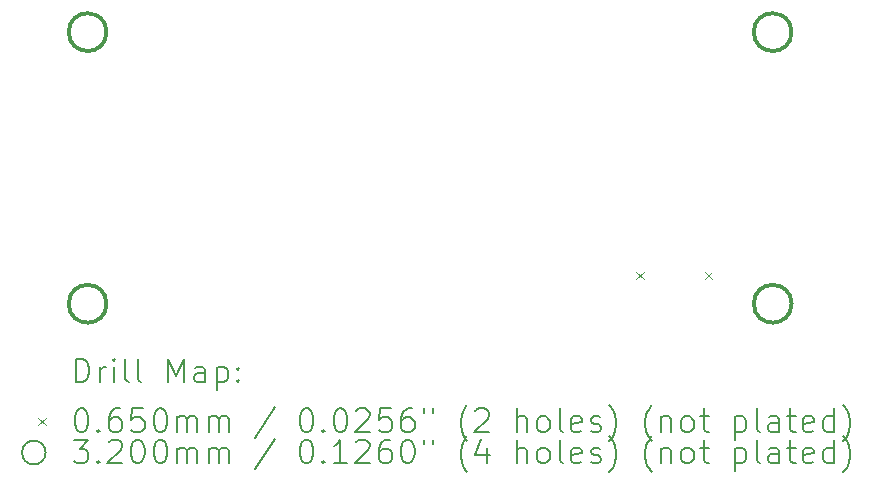
<source format=gbr>
%FSLAX45Y45*%
G04 Gerber Fmt 4.5, Leading zero omitted, Abs format (unit mm)*
G04 Created by KiCad (PCBNEW (6.0.4)) date 2022-08-30 22:22:18*
%MOMM*%
%LPD*%
G01*
G04 APERTURE LIST*
%ADD10C,0.200000*%
%ADD11C,0.065000*%
%ADD12C,0.320000*%
G04 APERTURE END LIST*
D10*
D11*
X16525500Y-10579500D02*
X16590500Y-10644500D01*
X16590500Y-10579500D02*
X16525500Y-10644500D01*
X17103500Y-10579500D02*
X17168500Y-10644500D01*
X17168500Y-10579500D02*
X17103500Y-10644500D01*
D12*
X12040000Y-8550000D02*
G75*
G03*
X12040000Y-8550000I-160000J0D01*
G01*
X12040000Y-10850000D02*
G75*
G03*
X12040000Y-10850000I-160000J0D01*
G01*
X17840000Y-8550000D02*
G75*
G03*
X17840000Y-8550000I-160000J0D01*
G01*
X17840000Y-10850000D02*
G75*
G03*
X17840000Y-10850000I-160000J0D01*
G01*
D10*
X11781480Y-11516476D02*
X11781480Y-11316476D01*
X11829099Y-11316476D01*
X11857671Y-11326000D01*
X11876718Y-11345048D01*
X11886242Y-11364095D01*
X11895766Y-11402190D01*
X11895766Y-11430762D01*
X11886242Y-11468857D01*
X11876718Y-11487905D01*
X11857671Y-11506952D01*
X11829099Y-11516476D01*
X11781480Y-11516476D01*
X11981480Y-11516476D02*
X11981480Y-11383143D01*
X11981480Y-11421238D02*
X11991004Y-11402190D01*
X12000528Y-11392667D01*
X12019575Y-11383143D01*
X12038623Y-11383143D01*
X12105290Y-11516476D02*
X12105290Y-11383143D01*
X12105290Y-11316476D02*
X12095766Y-11326000D01*
X12105290Y-11335524D01*
X12114813Y-11326000D01*
X12105290Y-11316476D01*
X12105290Y-11335524D01*
X12229099Y-11516476D02*
X12210051Y-11506952D01*
X12200528Y-11487905D01*
X12200528Y-11316476D01*
X12333861Y-11516476D02*
X12314813Y-11506952D01*
X12305290Y-11487905D01*
X12305290Y-11316476D01*
X12562432Y-11516476D02*
X12562432Y-11316476D01*
X12629099Y-11459333D01*
X12695766Y-11316476D01*
X12695766Y-11516476D01*
X12876718Y-11516476D02*
X12876718Y-11411714D01*
X12867194Y-11392667D01*
X12848147Y-11383143D01*
X12810051Y-11383143D01*
X12791004Y-11392667D01*
X12876718Y-11506952D02*
X12857671Y-11516476D01*
X12810051Y-11516476D01*
X12791004Y-11506952D01*
X12781480Y-11487905D01*
X12781480Y-11468857D01*
X12791004Y-11449809D01*
X12810051Y-11440286D01*
X12857671Y-11440286D01*
X12876718Y-11430762D01*
X12971956Y-11383143D02*
X12971956Y-11583143D01*
X12971956Y-11392667D02*
X12991004Y-11383143D01*
X13029099Y-11383143D01*
X13048147Y-11392667D01*
X13057671Y-11402190D01*
X13067194Y-11421238D01*
X13067194Y-11478381D01*
X13057671Y-11497428D01*
X13048147Y-11506952D01*
X13029099Y-11516476D01*
X12991004Y-11516476D01*
X12971956Y-11506952D01*
X13152909Y-11497428D02*
X13162432Y-11506952D01*
X13152909Y-11516476D01*
X13143385Y-11506952D01*
X13152909Y-11497428D01*
X13152909Y-11516476D01*
X13152909Y-11392667D02*
X13162432Y-11402190D01*
X13152909Y-11411714D01*
X13143385Y-11402190D01*
X13152909Y-11392667D01*
X13152909Y-11411714D01*
D11*
X11458861Y-11813500D02*
X11523861Y-11878500D01*
X11523861Y-11813500D02*
X11458861Y-11878500D01*
D10*
X11819575Y-11736476D02*
X11838623Y-11736476D01*
X11857671Y-11746000D01*
X11867194Y-11755524D01*
X11876718Y-11774571D01*
X11886242Y-11812667D01*
X11886242Y-11860286D01*
X11876718Y-11898381D01*
X11867194Y-11917428D01*
X11857671Y-11926952D01*
X11838623Y-11936476D01*
X11819575Y-11936476D01*
X11800528Y-11926952D01*
X11791004Y-11917428D01*
X11781480Y-11898381D01*
X11771956Y-11860286D01*
X11771956Y-11812667D01*
X11781480Y-11774571D01*
X11791004Y-11755524D01*
X11800528Y-11746000D01*
X11819575Y-11736476D01*
X11971956Y-11917428D02*
X11981480Y-11926952D01*
X11971956Y-11936476D01*
X11962432Y-11926952D01*
X11971956Y-11917428D01*
X11971956Y-11936476D01*
X12152909Y-11736476D02*
X12114813Y-11736476D01*
X12095766Y-11746000D01*
X12086242Y-11755524D01*
X12067194Y-11784095D01*
X12057671Y-11822190D01*
X12057671Y-11898381D01*
X12067194Y-11917428D01*
X12076718Y-11926952D01*
X12095766Y-11936476D01*
X12133861Y-11936476D01*
X12152909Y-11926952D01*
X12162432Y-11917428D01*
X12171956Y-11898381D01*
X12171956Y-11850762D01*
X12162432Y-11831714D01*
X12152909Y-11822190D01*
X12133861Y-11812667D01*
X12095766Y-11812667D01*
X12076718Y-11822190D01*
X12067194Y-11831714D01*
X12057671Y-11850762D01*
X12352909Y-11736476D02*
X12257671Y-11736476D01*
X12248147Y-11831714D01*
X12257671Y-11822190D01*
X12276718Y-11812667D01*
X12324337Y-11812667D01*
X12343385Y-11822190D01*
X12352909Y-11831714D01*
X12362432Y-11850762D01*
X12362432Y-11898381D01*
X12352909Y-11917428D01*
X12343385Y-11926952D01*
X12324337Y-11936476D01*
X12276718Y-11936476D01*
X12257671Y-11926952D01*
X12248147Y-11917428D01*
X12486242Y-11736476D02*
X12505290Y-11736476D01*
X12524337Y-11746000D01*
X12533861Y-11755524D01*
X12543385Y-11774571D01*
X12552909Y-11812667D01*
X12552909Y-11860286D01*
X12543385Y-11898381D01*
X12533861Y-11917428D01*
X12524337Y-11926952D01*
X12505290Y-11936476D01*
X12486242Y-11936476D01*
X12467194Y-11926952D01*
X12457671Y-11917428D01*
X12448147Y-11898381D01*
X12438623Y-11860286D01*
X12438623Y-11812667D01*
X12448147Y-11774571D01*
X12457671Y-11755524D01*
X12467194Y-11746000D01*
X12486242Y-11736476D01*
X12638623Y-11936476D02*
X12638623Y-11803143D01*
X12638623Y-11822190D02*
X12648147Y-11812667D01*
X12667194Y-11803143D01*
X12695766Y-11803143D01*
X12714813Y-11812667D01*
X12724337Y-11831714D01*
X12724337Y-11936476D01*
X12724337Y-11831714D02*
X12733861Y-11812667D01*
X12752909Y-11803143D01*
X12781480Y-11803143D01*
X12800528Y-11812667D01*
X12810051Y-11831714D01*
X12810051Y-11936476D01*
X12905290Y-11936476D02*
X12905290Y-11803143D01*
X12905290Y-11822190D02*
X12914813Y-11812667D01*
X12933861Y-11803143D01*
X12962432Y-11803143D01*
X12981480Y-11812667D01*
X12991004Y-11831714D01*
X12991004Y-11936476D01*
X12991004Y-11831714D02*
X13000528Y-11812667D01*
X13019575Y-11803143D01*
X13048147Y-11803143D01*
X13067194Y-11812667D01*
X13076718Y-11831714D01*
X13076718Y-11936476D01*
X13467194Y-11726952D02*
X13295766Y-11984095D01*
X13724337Y-11736476D02*
X13743385Y-11736476D01*
X13762432Y-11746000D01*
X13771956Y-11755524D01*
X13781480Y-11774571D01*
X13791004Y-11812667D01*
X13791004Y-11860286D01*
X13781480Y-11898381D01*
X13771956Y-11917428D01*
X13762432Y-11926952D01*
X13743385Y-11936476D01*
X13724337Y-11936476D01*
X13705290Y-11926952D01*
X13695766Y-11917428D01*
X13686242Y-11898381D01*
X13676718Y-11860286D01*
X13676718Y-11812667D01*
X13686242Y-11774571D01*
X13695766Y-11755524D01*
X13705290Y-11746000D01*
X13724337Y-11736476D01*
X13876718Y-11917428D02*
X13886242Y-11926952D01*
X13876718Y-11936476D01*
X13867194Y-11926952D01*
X13876718Y-11917428D01*
X13876718Y-11936476D01*
X14010051Y-11736476D02*
X14029099Y-11736476D01*
X14048147Y-11746000D01*
X14057671Y-11755524D01*
X14067194Y-11774571D01*
X14076718Y-11812667D01*
X14076718Y-11860286D01*
X14067194Y-11898381D01*
X14057671Y-11917428D01*
X14048147Y-11926952D01*
X14029099Y-11936476D01*
X14010051Y-11936476D01*
X13991004Y-11926952D01*
X13981480Y-11917428D01*
X13971956Y-11898381D01*
X13962432Y-11860286D01*
X13962432Y-11812667D01*
X13971956Y-11774571D01*
X13981480Y-11755524D01*
X13991004Y-11746000D01*
X14010051Y-11736476D01*
X14152909Y-11755524D02*
X14162432Y-11746000D01*
X14181480Y-11736476D01*
X14229099Y-11736476D01*
X14248147Y-11746000D01*
X14257671Y-11755524D01*
X14267194Y-11774571D01*
X14267194Y-11793619D01*
X14257671Y-11822190D01*
X14143385Y-11936476D01*
X14267194Y-11936476D01*
X14448147Y-11736476D02*
X14352909Y-11736476D01*
X14343385Y-11831714D01*
X14352909Y-11822190D01*
X14371956Y-11812667D01*
X14419575Y-11812667D01*
X14438623Y-11822190D01*
X14448147Y-11831714D01*
X14457671Y-11850762D01*
X14457671Y-11898381D01*
X14448147Y-11917428D01*
X14438623Y-11926952D01*
X14419575Y-11936476D01*
X14371956Y-11936476D01*
X14352909Y-11926952D01*
X14343385Y-11917428D01*
X14629099Y-11736476D02*
X14591004Y-11736476D01*
X14571956Y-11746000D01*
X14562432Y-11755524D01*
X14543385Y-11784095D01*
X14533861Y-11822190D01*
X14533861Y-11898381D01*
X14543385Y-11917428D01*
X14552909Y-11926952D01*
X14571956Y-11936476D01*
X14610051Y-11936476D01*
X14629099Y-11926952D01*
X14638623Y-11917428D01*
X14648147Y-11898381D01*
X14648147Y-11850762D01*
X14638623Y-11831714D01*
X14629099Y-11822190D01*
X14610051Y-11812667D01*
X14571956Y-11812667D01*
X14552909Y-11822190D01*
X14543385Y-11831714D01*
X14533861Y-11850762D01*
X14724337Y-11736476D02*
X14724337Y-11774571D01*
X14800528Y-11736476D02*
X14800528Y-11774571D01*
X15095766Y-12012667D02*
X15086242Y-12003143D01*
X15067194Y-11974571D01*
X15057671Y-11955524D01*
X15048147Y-11926952D01*
X15038623Y-11879333D01*
X15038623Y-11841238D01*
X15048147Y-11793619D01*
X15057671Y-11765048D01*
X15067194Y-11746000D01*
X15086242Y-11717428D01*
X15095766Y-11707905D01*
X15162432Y-11755524D02*
X15171956Y-11746000D01*
X15191004Y-11736476D01*
X15238623Y-11736476D01*
X15257671Y-11746000D01*
X15267194Y-11755524D01*
X15276718Y-11774571D01*
X15276718Y-11793619D01*
X15267194Y-11822190D01*
X15152909Y-11936476D01*
X15276718Y-11936476D01*
X15514813Y-11936476D02*
X15514813Y-11736476D01*
X15600528Y-11936476D02*
X15600528Y-11831714D01*
X15591004Y-11812667D01*
X15571956Y-11803143D01*
X15543385Y-11803143D01*
X15524337Y-11812667D01*
X15514813Y-11822190D01*
X15724337Y-11936476D02*
X15705290Y-11926952D01*
X15695766Y-11917428D01*
X15686242Y-11898381D01*
X15686242Y-11841238D01*
X15695766Y-11822190D01*
X15705290Y-11812667D01*
X15724337Y-11803143D01*
X15752909Y-11803143D01*
X15771956Y-11812667D01*
X15781480Y-11822190D01*
X15791004Y-11841238D01*
X15791004Y-11898381D01*
X15781480Y-11917428D01*
X15771956Y-11926952D01*
X15752909Y-11936476D01*
X15724337Y-11936476D01*
X15905290Y-11936476D02*
X15886242Y-11926952D01*
X15876718Y-11907905D01*
X15876718Y-11736476D01*
X16057671Y-11926952D02*
X16038623Y-11936476D01*
X16000528Y-11936476D01*
X15981480Y-11926952D01*
X15971956Y-11907905D01*
X15971956Y-11831714D01*
X15981480Y-11812667D01*
X16000528Y-11803143D01*
X16038623Y-11803143D01*
X16057671Y-11812667D01*
X16067194Y-11831714D01*
X16067194Y-11850762D01*
X15971956Y-11869809D01*
X16143385Y-11926952D02*
X16162432Y-11936476D01*
X16200528Y-11936476D01*
X16219575Y-11926952D01*
X16229099Y-11907905D01*
X16229099Y-11898381D01*
X16219575Y-11879333D01*
X16200528Y-11869809D01*
X16171956Y-11869809D01*
X16152909Y-11860286D01*
X16143385Y-11841238D01*
X16143385Y-11831714D01*
X16152909Y-11812667D01*
X16171956Y-11803143D01*
X16200528Y-11803143D01*
X16219575Y-11812667D01*
X16295766Y-12012667D02*
X16305290Y-12003143D01*
X16324337Y-11974571D01*
X16333861Y-11955524D01*
X16343385Y-11926952D01*
X16352909Y-11879333D01*
X16352909Y-11841238D01*
X16343385Y-11793619D01*
X16333861Y-11765048D01*
X16324337Y-11746000D01*
X16305290Y-11717428D01*
X16295766Y-11707905D01*
X16657671Y-12012667D02*
X16648147Y-12003143D01*
X16629099Y-11974571D01*
X16619575Y-11955524D01*
X16610051Y-11926952D01*
X16600528Y-11879333D01*
X16600528Y-11841238D01*
X16610051Y-11793619D01*
X16619575Y-11765048D01*
X16629099Y-11746000D01*
X16648147Y-11717428D01*
X16657671Y-11707905D01*
X16733861Y-11803143D02*
X16733861Y-11936476D01*
X16733861Y-11822190D02*
X16743385Y-11812667D01*
X16762432Y-11803143D01*
X16791004Y-11803143D01*
X16810052Y-11812667D01*
X16819575Y-11831714D01*
X16819575Y-11936476D01*
X16943385Y-11936476D02*
X16924337Y-11926952D01*
X16914813Y-11917428D01*
X16905290Y-11898381D01*
X16905290Y-11841238D01*
X16914813Y-11822190D01*
X16924337Y-11812667D01*
X16943385Y-11803143D01*
X16971956Y-11803143D01*
X16991004Y-11812667D01*
X17000528Y-11822190D01*
X17010052Y-11841238D01*
X17010052Y-11898381D01*
X17000528Y-11917428D01*
X16991004Y-11926952D01*
X16971956Y-11936476D01*
X16943385Y-11936476D01*
X17067194Y-11803143D02*
X17143385Y-11803143D01*
X17095766Y-11736476D02*
X17095766Y-11907905D01*
X17105290Y-11926952D01*
X17124337Y-11936476D01*
X17143385Y-11936476D01*
X17362433Y-11803143D02*
X17362433Y-12003143D01*
X17362433Y-11812667D02*
X17381480Y-11803143D01*
X17419575Y-11803143D01*
X17438623Y-11812667D01*
X17448147Y-11822190D01*
X17457671Y-11841238D01*
X17457671Y-11898381D01*
X17448147Y-11917428D01*
X17438623Y-11926952D01*
X17419575Y-11936476D01*
X17381480Y-11936476D01*
X17362433Y-11926952D01*
X17571956Y-11936476D02*
X17552909Y-11926952D01*
X17543385Y-11907905D01*
X17543385Y-11736476D01*
X17733861Y-11936476D02*
X17733861Y-11831714D01*
X17724337Y-11812667D01*
X17705290Y-11803143D01*
X17667194Y-11803143D01*
X17648147Y-11812667D01*
X17733861Y-11926952D02*
X17714813Y-11936476D01*
X17667194Y-11936476D01*
X17648147Y-11926952D01*
X17638623Y-11907905D01*
X17638623Y-11888857D01*
X17648147Y-11869809D01*
X17667194Y-11860286D01*
X17714813Y-11860286D01*
X17733861Y-11850762D01*
X17800528Y-11803143D02*
X17876718Y-11803143D01*
X17829099Y-11736476D02*
X17829099Y-11907905D01*
X17838623Y-11926952D01*
X17857671Y-11936476D01*
X17876718Y-11936476D01*
X18019575Y-11926952D02*
X18000528Y-11936476D01*
X17962433Y-11936476D01*
X17943385Y-11926952D01*
X17933861Y-11907905D01*
X17933861Y-11831714D01*
X17943385Y-11812667D01*
X17962433Y-11803143D01*
X18000528Y-11803143D01*
X18019575Y-11812667D01*
X18029099Y-11831714D01*
X18029099Y-11850762D01*
X17933861Y-11869809D01*
X18200528Y-11936476D02*
X18200528Y-11736476D01*
X18200528Y-11926952D02*
X18181480Y-11936476D01*
X18143385Y-11936476D01*
X18124337Y-11926952D01*
X18114813Y-11917428D01*
X18105290Y-11898381D01*
X18105290Y-11841238D01*
X18114813Y-11822190D01*
X18124337Y-11812667D01*
X18143385Y-11803143D01*
X18181480Y-11803143D01*
X18200528Y-11812667D01*
X18276718Y-12012667D02*
X18286242Y-12003143D01*
X18305290Y-11974571D01*
X18314813Y-11955524D01*
X18324337Y-11926952D01*
X18333861Y-11879333D01*
X18333861Y-11841238D01*
X18324337Y-11793619D01*
X18314813Y-11765048D01*
X18305290Y-11746000D01*
X18286242Y-11717428D01*
X18276718Y-11707905D01*
X11523861Y-12110000D02*
G75*
G03*
X11523861Y-12110000I-100000J0D01*
G01*
X11762432Y-12000476D02*
X11886242Y-12000476D01*
X11819575Y-12076667D01*
X11848147Y-12076667D01*
X11867194Y-12086190D01*
X11876718Y-12095714D01*
X11886242Y-12114762D01*
X11886242Y-12162381D01*
X11876718Y-12181428D01*
X11867194Y-12190952D01*
X11848147Y-12200476D01*
X11791004Y-12200476D01*
X11771956Y-12190952D01*
X11762432Y-12181428D01*
X11971956Y-12181428D02*
X11981480Y-12190952D01*
X11971956Y-12200476D01*
X11962432Y-12190952D01*
X11971956Y-12181428D01*
X11971956Y-12200476D01*
X12057671Y-12019524D02*
X12067194Y-12010000D01*
X12086242Y-12000476D01*
X12133861Y-12000476D01*
X12152909Y-12010000D01*
X12162432Y-12019524D01*
X12171956Y-12038571D01*
X12171956Y-12057619D01*
X12162432Y-12086190D01*
X12048147Y-12200476D01*
X12171956Y-12200476D01*
X12295766Y-12000476D02*
X12314813Y-12000476D01*
X12333861Y-12010000D01*
X12343385Y-12019524D01*
X12352909Y-12038571D01*
X12362432Y-12076667D01*
X12362432Y-12124286D01*
X12352909Y-12162381D01*
X12343385Y-12181428D01*
X12333861Y-12190952D01*
X12314813Y-12200476D01*
X12295766Y-12200476D01*
X12276718Y-12190952D01*
X12267194Y-12181428D01*
X12257671Y-12162381D01*
X12248147Y-12124286D01*
X12248147Y-12076667D01*
X12257671Y-12038571D01*
X12267194Y-12019524D01*
X12276718Y-12010000D01*
X12295766Y-12000476D01*
X12486242Y-12000476D02*
X12505290Y-12000476D01*
X12524337Y-12010000D01*
X12533861Y-12019524D01*
X12543385Y-12038571D01*
X12552909Y-12076667D01*
X12552909Y-12124286D01*
X12543385Y-12162381D01*
X12533861Y-12181428D01*
X12524337Y-12190952D01*
X12505290Y-12200476D01*
X12486242Y-12200476D01*
X12467194Y-12190952D01*
X12457671Y-12181428D01*
X12448147Y-12162381D01*
X12438623Y-12124286D01*
X12438623Y-12076667D01*
X12448147Y-12038571D01*
X12457671Y-12019524D01*
X12467194Y-12010000D01*
X12486242Y-12000476D01*
X12638623Y-12200476D02*
X12638623Y-12067143D01*
X12638623Y-12086190D02*
X12648147Y-12076667D01*
X12667194Y-12067143D01*
X12695766Y-12067143D01*
X12714813Y-12076667D01*
X12724337Y-12095714D01*
X12724337Y-12200476D01*
X12724337Y-12095714D02*
X12733861Y-12076667D01*
X12752909Y-12067143D01*
X12781480Y-12067143D01*
X12800528Y-12076667D01*
X12810051Y-12095714D01*
X12810051Y-12200476D01*
X12905290Y-12200476D02*
X12905290Y-12067143D01*
X12905290Y-12086190D02*
X12914813Y-12076667D01*
X12933861Y-12067143D01*
X12962432Y-12067143D01*
X12981480Y-12076667D01*
X12991004Y-12095714D01*
X12991004Y-12200476D01*
X12991004Y-12095714D02*
X13000528Y-12076667D01*
X13019575Y-12067143D01*
X13048147Y-12067143D01*
X13067194Y-12076667D01*
X13076718Y-12095714D01*
X13076718Y-12200476D01*
X13467194Y-11990952D02*
X13295766Y-12248095D01*
X13724337Y-12000476D02*
X13743385Y-12000476D01*
X13762432Y-12010000D01*
X13771956Y-12019524D01*
X13781480Y-12038571D01*
X13791004Y-12076667D01*
X13791004Y-12124286D01*
X13781480Y-12162381D01*
X13771956Y-12181428D01*
X13762432Y-12190952D01*
X13743385Y-12200476D01*
X13724337Y-12200476D01*
X13705290Y-12190952D01*
X13695766Y-12181428D01*
X13686242Y-12162381D01*
X13676718Y-12124286D01*
X13676718Y-12076667D01*
X13686242Y-12038571D01*
X13695766Y-12019524D01*
X13705290Y-12010000D01*
X13724337Y-12000476D01*
X13876718Y-12181428D02*
X13886242Y-12190952D01*
X13876718Y-12200476D01*
X13867194Y-12190952D01*
X13876718Y-12181428D01*
X13876718Y-12200476D01*
X14076718Y-12200476D02*
X13962432Y-12200476D01*
X14019575Y-12200476D02*
X14019575Y-12000476D01*
X14000528Y-12029048D01*
X13981480Y-12048095D01*
X13962432Y-12057619D01*
X14152909Y-12019524D02*
X14162432Y-12010000D01*
X14181480Y-12000476D01*
X14229099Y-12000476D01*
X14248147Y-12010000D01*
X14257671Y-12019524D01*
X14267194Y-12038571D01*
X14267194Y-12057619D01*
X14257671Y-12086190D01*
X14143385Y-12200476D01*
X14267194Y-12200476D01*
X14438623Y-12000476D02*
X14400528Y-12000476D01*
X14381480Y-12010000D01*
X14371956Y-12019524D01*
X14352909Y-12048095D01*
X14343385Y-12086190D01*
X14343385Y-12162381D01*
X14352909Y-12181428D01*
X14362432Y-12190952D01*
X14381480Y-12200476D01*
X14419575Y-12200476D01*
X14438623Y-12190952D01*
X14448147Y-12181428D01*
X14457671Y-12162381D01*
X14457671Y-12114762D01*
X14448147Y-12095714D01*
X14438623Y-12086190D01*
X14419575Y-12076667D01*
X14381480Y-12076667D01*
X14362432Y-12086190D01*
X14352909Y-12095714D01*
X14343385Y-12114762D01*
X14581480Y-12000476D02*
X14600528Y-12000476D01*
X14619575Y-12010000D01*
X14629099Y-12019524D01*
X14638623Y-12038571D01*
X14648147Y-12076667D01*
X14648147Y-12124286D01*
X14638623Y-12162381D01*
X14629099Y-12181428D01*
X14619575Y-12190952D01*
X14600528Y-12200476D01*
X14581480Y-12200476D01*
X14562432Y-12190952D01*
X14552909Y-12181428D01*
X14543385Y-12162381D01*
X14533861Y-12124286D01*
X14533861Y-12076667D01*
X14543385Y-12038571D01*
X14552909Y-12019524D01*
X14562432Y-12010000D01*
X14581480Y-12000476D01*
X14724337Y-12000476D02*
X14724337Y-12038571D01*
X14800528Y-12000476D02*
X14800528Y-12038571D01*
X15095766Y-12276667D02*
X15086242Y-12267143D01*
X15067194Y-12238571D01*
X15057671Y-12219524D01*
X15048147Y-12190952D01*
X15038623Y-12143333D01*
X15038623Y-12105238D01*
X15048147Y-12057619D01*
X15057671Y-12029048D01*
X15067194Y-12010000D01*
X15086242Y-11981428D01*
X15095766Y-11971905D01*
X15257671Y-12067143D02*
X15257671Y-12200476D01*
X15210051Y-11990952D02*
X15162432Y-12133809D01*
X15286242Y-12133809D01*
X15514813Y-12200476D02*
X15514813Y-12000476D01*
X15600528Y-12200476D02*
X15600528Y-12095714D01*
X15591004Y-12076667D01*
X15571956Y-12067143D01*
X15543385Y-12067143D01*
X15524337Y-12076667D01*
X15514813Y-12086190D01*
X15724337Y-12200476D02*
X15705290Y-12190952D01*
X15695766Y-12181428D01*
X15686242Y-12162381D01*
X15686242Y-12105238D01*
X15695766Y-12086190D01*
X15705290Y-12076667D01*
X15724337Y-12067143D01*
X15752909Y-12067143D01*
X15771956Y-12076667D01*
X15781480Y-12086190D01*
X15791004Y-12105238D01*
X15791004Y-12162381D01*
X15781480Y-12181428D01*
X15771956Y-12190952D01*
X15752909Y-12200476D01*
X15724337Y-12200476D01*
X15905290Y-12200476D02*
X15886242Y-12190952D01*
X15876718Y-12171905D01*
X15876718Y-12000476D01*
X16057671Y-12190952D02*
X16038623Y-12200476D01*
X16000528Y-12200476D01*
X15981480Y-12190952D01*
X15971956Y-12171905D01*
X15971956Y-12095714D01*
X15981480Y-12076667D01*
X16000528Y-12067143D01*
X16038623Y-12067143D01*
X16057671Y-12076667D01*
X16067194Y-12095714D01*
X16067194Y-12114762D01*
X15971956Y-12133809D01*
X16143385Y-12190952D02*
X16162432Y-12200476D01*
X16200528Y-12200476D01*
X16219575Y-12190952D01*
X16229099Y-12171905D01*
X16229099Y-12162381D01*
X16219575Y-12143333D01*
X16200528Y-12133809D01*
X16171956Y-12133809D01*
X16152909Y-12124286D01*
X16143385Y-12105238D01*
X16143385Y-12095714D01*
X16152909Y-12076667D01*
X16171956Y-12067143D01*
X16200528Y-12067143D01*
X16219575Y-12076667D01*
X16295766Y-12276667D02*
X16305290Y-12267143D01*
X16324337Y-12238571D01*
X16333861Y-12219524D01*
X16343385Y-12190952D01*
X16352909Y-12143333D01*
X16352909Y-12105238D01*
X16343385Y-12057619D01*
X16333861Y-12029048D01*
X16324337Y-12010000D01*
X16305290Y-11981428D01*
X16295766Y-11971905D01*
X16657671Y-12276667D02*
X16648147Y-12267143D01*
X16629099Y-12238571D01*
X16619575Y-12219524D01*
X16610051Y-12190952D01*
X16600528Y-12143333D01*
X16600528Y-12105238D01*
X16610051Y-12057619D01*
X16619575Y-12029048D01*
X16629099Y-12010000D01*
X16648147Y-11981428D01*
X16657671Y-11971905D01*
X16733861Y-12067143D02*
X16733861Y-12200476D01*
X16733861Y-12086190D02*
X16743385Y-12076667D01*
X16762432Y-12067143D01*
X16791004Y-12067143D01*
X16810052Y-12076667D01*
X16819575Y-12095714D01*
X16819575Y-12200476D01*
X16943385Y-12200476D02*
X16924337Y-12190952D01*
X16914813Y-12181428D01*
X16905290Y-12162381D01*
X16905290Y-12105238D01*
X16914813Y-12086190D01*
X16924337Y-12076667D01*
X16943385Y-12067143D01*
X16971956Y-12067143D01*
X16991004Y-12076667D01*
X17000528Y-12086190D01*
X17010052Y-12105238D01*
X17010052Y-12162381D01*
X17000528Y-12181428D01*
X16991004Y-12190952D01*
X16971956Y-12200476D01*
X16943385Y-12200476D01*
X17067194Y-12067143D02*
X17143385Y-12067143D01*
X17095766Y-12000476D02*
X17095766Y-12171905D01*
X17105290Y-12190952D01*
X17124337Y-12200476D01*
X17143385Y-12200476D01*
X17362433Y-12067143D02*
X17362433Y-12267143D01*
X17362433Y-12076667D02*
X17381480Y-12067143D01*
X17419575Y-12067143D01*
X17438623Y-12076667D01*
X17448147Y-12086190D01*
X17457671Y-12105238D01*
X17457671Y-12162381D01*
X17448147Y-12181428D01*
X17438623Y-12190952D01*
X17419575Y-12200476D01*
X17381480Y-12200476D01*
X17362433Y-12190952D01*
X17571956Y-12200476D02*
X17552909Y-12190952D01*
X17543385Y-12171905D01*
X17543385Y-12000476D01*
X17733861Y-12200476D02*
X17733861Y-12095714D01*
X17724337Y-12076667D01*
X17705290Y-12067143D01*
X17667194Y-12067143D01*
X17648147Y-12076667D01*
X17733861Y-12190952D02*
X17714813Y-12200476D01*
X17667194Y-12200476D01*
X17648147Y-12190952D01*
X17638623Y-12171905D01*
X17638623Y-12152857D01*
X17648147Y-12133809D01*
X17667194Y-12124286D01*
X17714813Y-12124286D01*
X17733861Y-12114762D01*
X17800528Y-12067143D02*
X17876718Y-12067143D01*
X17829099Y-12000476D02*
X17829099Y-12171905D01*
X17838623Y-12190952D01*
X17857671Y-12200476D01*
X17876718Y-12200476D01*
X18019575Y-12190952D02*
X18000528Y-12200476D01*
X17962433Y-12200476D01*
X17943385Y-12190952D01*
X17933861Y-12171905D01*
X17933861Y-12095714D01*
X17943385Y-12076667D01*
X17962433Y-12067143D01*
X18000528Y-12067143D01*
X18019575Y-12076667D01*
X18029099Y-12095714D01*
X18029099Y-12114762D01*
X17933861Y-12133809D01*
X18200528Y-12200476D02*
X18200528Y-12000476D01*
X18200528Y-12190952D02*
X18181480Y-12200476D01*
X18143385Y-12200476D01*
X18124337Y-12190952D01*
X18114813Y-12181428D01*
X18105290Y-12162381D01*
X18105290Y-12105238D01*
X18114813Y-12086190D01*
X18124337Y-12076667D01*
X18143385Y-12067143D01*
X18181480Y-12067143D01*
X18200528Y-12076667D01*
X18276718Y-12276667D02*
X18286242Y-12267143D01*
X18305290Y-12238571D01*
X18314813Y-12219524D01*
X18324337Y-12190952D01*
X18333861Y-12143333D01*
X18333861Y-12105238D01*
X18324337Y-12057619D01*
X18314813Y-12029048D01*
X18305290Y-12010000D01*
X18286242Y-11981428D01*
X18276718Y-11971905D01*
M02*

</source>
